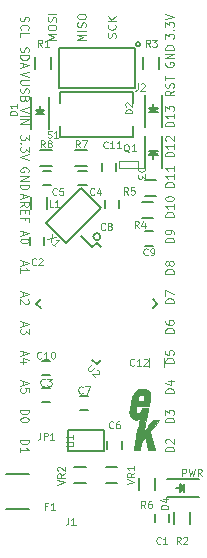
<source format=gto>
G04 #@! TF.GenerationSoftware,KiCad,Pcbnew,5.1.6-c6e7f7d~86~ubuntu18.04.1*
G04 #@! TF.CreationDate,2020-06-07T15:31:20-07:00*
G04 #@! TF.ProjectId,Empyrean,456d7079-7265-4616-9e2e-6b696361645f,A*
G04 #@! TF.SameCoordinates,Original*
G04 #@! TF.FileFunction,Legend,Top*
G04 #@! TF.FilePolarity,Positive*
%FSLAX46Y46*%
G04 Gerber Fmt 4.6, Leading zero omitted, Abs format (unit mm)*
G04 Created by KiCad (PCBNEW 5.1.6-c6e7f7d~86~ubuntu18.04.1) date 2020-06-07 15:31:20*
%MOMM*%
%LPD*%
G01*
G04 APERTURE LIST*
%ADD10C,0.100000*%
%ADD11C,0.120000*%
%ADD12C,0.119380*%
%ADD13C,0.150000*%
%ADD14C,0.127000*%
%ADD15C,0.002540*%
G04 APERTURE END LIST*
D10*
X130716666Y-102650000D02*
X130016666Y-102650000D01*
X130516666Y-102416666D01*
X130016666Y-102183333D01*
X130716666Y-102183333D01*
X130016666Y-101716666D02*
X130016666Y-101583333D01*
X130050000Y-101516666D01*
X130116666Y-101450000D01*
X130250000Y-101416666D01*
X130483333Y-101416666D01*
X130616666Y-101450000D01*
X130683333Y-101516666D01*
X130716666Y-101583333D01*
X130716666Y-101716666D01*
X130683333Y-101783333D01*
X130616666Y-101850000D01*
X130483333Y-101883333D01*
X130250000Y-101883333D01*
X130116666Y-101850000D01*
X130050000Y-101783333D01*
X130016666Y-101716666D01*
X130683333Y-101150000D02*
X130716666Y-101050000D01*
X130716666Y-100883333D01*
X130683333Y-100816666D01*
X130650000Y-100783333D01*
X130583333Y-100750000D01*
X130516666Y-100750000D01*
X130450000Y-100783333D01*
X130416666Y-100816666D01*
X130383333Y-100883333D01*
X130350000Y-101016666D01*
X130316666Y-101083333D01*
X130283333Y-101116666D01*
X130216666Y-101150000D01*
X130150000Y-101150000D01*
X130083333Y-101116666D01*
X130050000Y-101083333D01*
X130016666Y-101016666D01*
X130016666Y-100850000D01*
X130050000Y-100750000D01*
X130716666Y-100450000D02*
X130016666Y-100450000D01*
X133216666Y-102700000D02*
X132516666Y-102700000D01*
X133016666Y-102466666D01*
X132516666Y-102233333D01*
X133216666Y-102233333D01*
X133216666Y-101900000D02*
X132516666Y-101900000D01*
X133183333Y-101600000D02*
X133216666Y-101500000D01*
X133216666Y-101333333D01*
X133183333Y-101266666D01*
X133150000Y-101233333D01*
X133083333Y-101200000D01*
X133016666Y-101200000D01*
X132950000Y-101233333D01*
X132916666Y-101266666D01*
X132883333Y-101333333D01*
X132850000Y-101466666D01*
X132816666Y-101533333D01*
X132783333Y-101566666D01*
X132716666Y-101600000D01*
X132650000Y-101600000D01*
X132583333Y-101566666D01*
X132550000Y-101533333D01*
X132516666Y-101466666D01*
X132516666Y-101300000D01*
X132550000Y-101200000D01*
X132516666Y-100766666D02*
X132516666Y-100633333D01*
X132550000Y-100566666D01*
X132616666Y-100500000D01*
X132750000Y-100466666D01*
X132983333Y-100466666D01*
X133116666Y-100500000D01*
X133183333Y-100566666D01*
X133216666Y-100633333D01*
X133216666Y-100766666D01*
X133183333Y-100833333D01*
X133116666Y-100900000D01*
X132983333Y-100933333D01*
X132750000Y-100933333D01*
X132616666Y-100900000D01*
X132550000Y-100833333D01*
X132516666Y-100766666D01*
X135733333Y-102500000D02*
X135766666Y-102400000D01*
X135766666Y-102233333D01*
X135733333Y-102166666D01*
X135700000Y-102133333D01*
X135633333Y-102100000D01*
X135566666Y-102100000D01*
X135500000Y-102133333D01*
X135466666Y-102166666D01*
X135433333Y-102233333D01*
X135400000Y-102366666D01*
X135366666Y-102433333D01*
X135333333Y-102466666D01*
X135266666Y-102500000D01*
X135200000Y-102500000D01*
X135133333Y-102466666D01*
X135100000Y-102433333D01*
X135066666Y-102366666D01*
X135066666Y-102200000D01*
X135100000Y-102100000D01*
X135700000Y-101400000D02*
X135733333Y-101433333D01*
X135766666Y-101533333D01*
X135766666Y-101600000D01*
X135733333Y-101700000D01*
X135666666Y-101766666D01*
X135600000Y-101800000D01*
X135466666Y-101833333D01*
X135366666Y-101833333D01*
X135233333Y-101800000D01*
X135166666Y-101766666D01*
X135100000Y-101700000D01*
X135066666Y-101600000D01*
X135066666Y-101533333D01*
X135100000Y-101433333D01*
X135133333Y-101400000D01*
X135766666Y-101100000D02*
X135066666Y-101100000D01*
X135766666Y-100700000D02*
X135366666Y-101000000D01*
X135066666Y-100700000D02*
X135466666Y-101100000D01*
X141400000Y-139621428D02*
X141400000Y-139021428D01*
X141628571Y-139021428D01*
X141685714Y-139050000D01*
X141714285Y-139078571D01*
X141742857Y-139135714D01*
X141742857Y-139221428D01*
X141714285Y-139278571D01*
X141685714Y-139307142D01*
X141628571Y-139335714D01*
X141400000Y-139335714D01*
X141942857Y-139021428D02*
X142085714Y-139621428D01*
X142200000Y-139192857D01*
X142314285Y-139621428D01*
X142457142Y-139021428D01*
X143028571Y-139621428D02*
X142828571Y-139335714D01*
X142685714Y-139621428D02*
X142685714Y-139021428D01*
X142914285Y-139021428D01*
X142971428Y-139050000D01*
X143000000Y-139078571D01*
X143028571Y-139135714D01*
X143028571Y-139221428D01*
X143000000Y-139278571D01*
X142971428Y-139307142D01*
X142914285Y-139335714D01*
X142685714Y-139335714D01*
X140666666Y-137516666D02*
X139966666Y-137516666D01*
X139966666Y-137350000D01*
X140000000Y-137250000D01*
X140066666Y-137183333D01*
X140133333Y-137150000D01*
X140266666Y-137116666D01*
X140366666Y-137116666D01*
X140500000Y-137150000D01*
X140566666Y-137183333D01*
X140633333Y-137250000D01*
X140666666Y-137350000D01*
X140666666Y-137516666D01*
X140033333Y-136850000D02*
X140000000Y-136816666D01*
X139966666Y-136750000D01*
X139966666Y-136583333D01*
X140000000Y-136516666D01*
X140033333Y-136483333D01*
X140100000Y-136450000D01*
X140166666Y-136450000D01*
X140266666Y-136483333D01*
X140666666Y-136883333D01*
X140666666Y-136450000D01*
X140666666Y-135066666D02*
X139966666Y-135066666D01*
X139966666Y-134900000D01*
X140000000Y-134800000D01*
X140066666Y-134733333D01*
X140133333Y-134700000D01*
X140266666Y-134666666D01*
X140366666Y-134666666D01*
X140500000Y-134700000D01*
X140566666Y-134733333D01*
X140633333Y-134800000D01*
X140666666Y-134900000D01*
X140666666Y-135066666D01*
X139966666Y-134433333D02*
X139966666Y-134000000D01*
X140233333Y-134233333D01*
X140233333Y-134133333D01*
X140266666Y-134066666D01*
X140300000Y-134033333D01*
X140366666Y-134000000D01*
X140533333Y-134000000D01*
X140600000Y-134033333D01*
X140633333Y-134066666D01*
X140666666Y-134133333D01*
X140666666Y-134333333D01*
X140633333Y-134400000D01*
X140600000Y-134433333D01*
X140666666Y-132566666D02*
X139966666Y-132566666D01*
X139966666Y-132400000D01*
X140000000Y-132300000D01*
X140066666Y-132233333D01*
X140133333Y-132200000D01*
X140266666Y-132166666D01*
X140366666Y-132166666D01*
X140500000Y-132200000D01*
X140566666Y-132233333D01*
X140633333Y-132300000D01*
X140666666Y-132400000D01*
X140666666Y-132566666D01*
X140200000Y-131566666D02*
X140666666Y-131566666D01*
X139933333Y-131733333D02*
X140433333Y-131900000D01*
X140433333Y-131466666D01*
X140666666Y-130016666D02*
X139966666Y-130016666D01*
X139966666Y-129850000D01*
X140000000Y-129750000D01*
X140066666Y-129683333D01*
X140133333Y-129650000D01*
X140266666Y-129616666D01*
X140366666Y-129616666D01*
X140500000Y-129650000D01*
X140566666Y-129683333D01*
X140633333Y-129750000D01*
X140666666Y-129850000D01*
X140666666Y-130016666D01*
X139966666Y-128983333D02*
X139966666Y-129316666D01*
X140300000Y-129350000D01*
X140266666Y-129316666D01*
X140233333Y-129250000D01*
X140233333Y-129083333D01*
X140266666Y-129016666D01*
X140300000Y-128983333D01*
X140366666Y-128950000D01*
X140533333Y-128950000D01*
X140600000Y-128983333D01*
X140633333Y-129016666D01*
X140666666Y-129083333D01*
X140666666Y-129250000D01*
X140633333Y-129316666D01*
X140600000Y-129350000D01*
X140666666Y-127466666D02*
X139966666Y-127466666D01*
X139966666Y-127300000D01*
X140000000Y-127200000D01*
X140066666Y-127133333D01*
X140133333Y-127100000D01*
X140266666Y-127066666D01*
X140366666Y-127066666D01*
X140500000Y-127100000D01*
X140566666Y-127133333D01*
X140633333Y-127200000D01*
X140666666Y-127300000D01*
X140666666Y-127466666D01*
X139966666Y-126466666D02*
X139966666Y-126600000D01*
X140000000Y-126666666D01*
X140033333Y-126700000D01*
X140133333Y-126766666D01*
X140266666Y-126800000D01*
X140533333Y-126800000D01*
X140600000Y-126766666D01*
X140633333Y-126733333D01*
X140666666Y-126666666D01*
X140666666Y-126533333D01*
X140633333Y-126466666D01*
X140600000Y-126433333D01*
X140533333Y-126400000D01*
X140366666Y-126400000D01*
X140300000Y-126433333D01*
X140266666Y-126466666D01*
X140233333Y-126533333D01*
X140233333Y-126666666D01*
X140266666Y-126733333D01*
X140300000Y-126766666D01*
X140366666Y-126800000D01*
X140666666Y-124966666D02*
X139966666Y-124966666D01*
X139966666Y-124800000D01*
X140000000Y-124700000D01*
X140066666Y-124633333D01*
X140133333Y-124600000D01*
X140266666Y-124566666D01*
X140366666Y-124566666D01*
X140500000Y-124600000D01*
X140566666Y-124633333D01*
X140633333Y-124700000D01*
X140666666Y-124800000D01*
X140666666Y-124966666D01*
X139966666Y-124333333D02*
X139966666Y-123866666D01*
X140666666Y-124166666D01*
X140666666Y-122466666D02*
X139966666Y-122466666D01*
X139966666Y-122300000D01*
X140000000Y-122200000D01*
X140066666Y-122133333D01*
X140133333Y-122100000D01*
X140266666Y-122066666D01*
X140366666Y-122066666D01*
X140500000Y-122100000D01*
X140566666Y-122133333D01*
X140633333Y-122200000D01*
X140666666Y-122300000D01*
X140666666Y-122466666D01*
X140266666Y-121666666D02*
X140233333Y-121733333D01*
X140200000Y-121766666D01*
X140133333Y-121800000D01*
X140100000Y-121800000D01*
X140033333Y-121766666D01*
X140000000Y-121733333D01*
X139966666Y-121666666D01*
X139966666Y-121533333D01*
X140000000Y-121466666D01*
X140033333Y-121433333D01*
X140100000Y-121400000D01*
X140133333Y-121400000D01*
X140200000Y-121433333D01*
X140233333Y-121466666D01*
X140266666Y-121533333D01*
X140266666Y-121666666D01*
X140300000Y-121733333D01*
X140333333Y-121766666D01*
X140400000Y-121800000D01*
X140533333Y-121800000D01*
X140600000Y-121766666D01*
X140633333Y-121733333D01*
X140666666Y-121666666D01*
X140666666Y-121533333D01*
X140633333Y-121466666D01*
X140600000Y-121433333D01*
X140533333Y-121400000D01*
X140400000Y-121400000D01*
X140333333Y-121433333D01*
X140300000Y-121466666D01*
X140266666Y-121533333D01*
X140666666Y-119816666D02*
X139966666Y-119816666D01*
X139966666Y-119650000D01*
X140000000Y-119550000D01*
X140066666Y-119483333D01*
X140133333Y-119450000D01*
X140266666Y-119416666D01*
X140366666Y-119416666D01*
X140500000Y-119450000D01*
X140566666Y-119483333D01*
X140633333Y-119550000D01*
X140666666Y-119650000D01*
X140666666Y-119816666D01*
X140666666Y-119083333D02*
X140666666Y-118950000D01*
X140633333Y-118883333D01*
X140600000Y-118850000D01*
X140500000Y-118783333D01*
X140366666Y-118750000D01*
X140100000Y-118750000D01*
X140033333Y-118783333D01*
X140000000Y-118816666D01*
X139966666Y-118883333D01*
X139966666Y-119016666D01*
X140000000Y-119083333D01*
X140033333Y-119116666D01*
X140100000Y-119150000D01*
X140266666Y-119150000D01*
X140333333Y-119116666D01*
X140366666Y-119083333D01*
X140400000Y-119016666D01*
X140400000Y-118883333D01*
X140366666Y-118816666D01*
X140333333Y-118783333D01*
X140266666Y-118750000D01*
X140666666Y-117650000D02*
X139966666Y-117650000D01*
X139966666Y-117483333D01*
X140000000Y-117383333D01*
X140066666Y-117316666D01*
X140133333Y-117283333D01*
X140266666Y-117250000D01*
X140366666Y-117250000D01*
X140500000Y-117283333D01*
X140566666Y-117316666D01*
X140633333Y-117383333D01*
X140666666Y-117483333D01*
X140666666Y-117650000D01*
X140666666Y-116583333D02*
X140666666Y-116983333D01*
X140666666Y-116783333D02*
X139966666Y-116783333D01*
X140066666Y-116850000D01*
X140133333Y-116916666D01*
X140166666Y-116983333D01*
X139966666Y-116150000D02*
X139966666Y-116083333D01*
X140000000Y-116016666D01*
X140033333Y-115983333D01*
X140100000Y-115950000D01*
X140233333Y-115916666D01*
X140400000Y-115916666D01*
X140533333Y-115950000D01*
X140600000Y-115983333D01*
X140633333Y-116016666D01*
X140666666Y-116083333D01*
X140666666Y-116150000D01*
X140633333Y-116216666D01*
X140600000Y-116250000D01*
X140533333Y-116283333D01*
X140400000Y-116316666D01*
X140233333Y-116316666D01*
X140100000Y-116283333D01*
X140033333Y-116250000D01*
X140000000Y-116216666D01*
X139966666Y-116150000D01*
X140666666Y-115100000D02*
X139966666Y-115100000D01*
X139966666Y-114933333D01*
X140000000Y-114833333D01*
X140066666Y-114766666D01*
X140133333Y-114733333D01*
X140266666Y-114700000D01*
X140366666Y-114700000D01*
X140500000Y-114733333D01*
X140566666Y-114766666D01*
X140633333Y-114833333D01*
X140666666Y-114933333D01*
X140666666Y-115100000D01*
X140666666Y-114033333D02*
X140666666Y-114433333D01*
X140666666Y-114233333D02*
X139966666Y-114233333D01*
X140066666Y-114300000D01*
X140133333Y-114366666D01*
X140166666Y-114433333D01*
X140666666Y-113366666D02*
X140666666Y-113766666D01*
X140666666Y-113566666D02*
X139966666Y-113566666D01*
X140066666Y-113633333D01*
X140133333Y-113700000D01*
X140166666Y-113766666D01*
X140666666Y-112550000D02*
X139966666Y-112550000D01*
X139966666Y-112383333D01*
X140000000Y-112283333D01*
X140066666Y-112216666D01*
X140133333Y-112183333D01*
X140266666Y-112150000D01*
X140366666Y-112150000D01*
X140500000Y-112183333D01*
X140566666Y-112216666D01*
X140633333Y-112283333D01*
X140666666Y-112383333D01*
X140666666Y-112550000D01*
X140666666Y-111483333D02*
X140666666Y-111883333D01*
X140666666Y-111683333D02*
X139966666Y-111683333D01*
X140066666Y-111750000D01*
X140133333Y-111816666D01*
X140166666Y-111883333D01*
X140033333Y-111216666D02*
X140000000Y-111183333D01*
X139966666Y-111116666D01*
X139966666Y-110950000D01*
X140000000Y-110883333D01*
X140033333Y-110850000D01*
X140100000Y-110816666D01*
X140166666Y-110816666D01*
X140266666Y-110850000D01*
X140666666Y-111250000D01*
X140666666Y-110816666D01*
X140666666Y-110000000D02*
X139966666Y-110000000D01*
X139966666Y-109833333D01*
X140000000Y-109733333D01*
X140066666Y-109666666D01*
X140133333Y-109633333D01*
X140266666Y-109600000D01*
X140366666Y-109600000D01*
X140500000Y-109633333D01*
X140566666Y-109666666D01*
X140633333Y-109733333D01*
X140666666Y-109833333D01*
X140666666Y-110000000D01*
X140666666Y-108933333D02*
X140666666Y-109333333D01*
X140666666Y-109133333D02*
X139966666Y-109133333D01*
X140066666Y-109200000D01*
X140133333Y-109266666D01*
X140166666Y-109333333D01*
X139966666Y-108700000D02*
X139966666Y-108266666D01*
X140233333Y-108500000D01*
X140233333Y-108400000D01*
X140266666Y-108333333D01*
X140300000Y-108300000D01*
X140366666Y-108266666D01*
X140533333Y-108266666D01*
X140600000Y-108300000D01*
X140633333Y-108333333D01*
X140666666Y-108400000D01*
X140666666Y-108600000D01*
X140633333Y-108666666D01*
X140600000Y-108700000D01*
X140666666Y-106983333D02*
X140333333Y-107216666D01*
X140666666Y-107383333D02*
X139966666Y-107383333D01*
X139966666Y-107116666D01*
X140000000Y-107050000D01*
X140033333Y-107016666D01*
X140100000Y-106983333D01*
X140200000Y-106983333D01*
X140266666Y-107016666D01*
X140300000Y-107050000D01*
X140333333Y-107116666D01*
X140333333Y-107383333D01*
X140633333Y-106716666D02*
X140666666Y-106616666D01*
X140666666Y-106450000D01*
X140633333Y-106383333D01*
X140600000Y-106350000D01*
X140533333Y-106316666D01*
X140466666Y-106316666D01*
X140400000Y-106350000D01*
X140366666Y-106383333D01*
X140333333Y-106450000D01*
X140300000Y-106583333D01*
X140266666Y-106650000D01*
X140233333Y-106683333D01*
X140166666Y-106716666D01*
X140100000Y-106716666D01*
X140033333Y-106683333D01*
X140000000Y-106650000D01*
X139966666Y-106583333D01*
X139966666Y-106416666D01*
X140000000Y-106316666D01*
X139966666Y-106116666D02*
X139966666Y-105716666D01*
X140666666Y-105916666D02*
X139966666Y-105916666D01*
X140000000Y-104583333D02*
X139966666Y-104650000D01*
X139966666Y-104750000D01*
X140000000Y-104850000D01*
X140066666Y-104916666D01*
X140133333Y-104950000D01*
X140266666Y-104983333D01*
X140366666Y-104983333D01*
X140500000Y-104950000D01*
X140566666Y-104916666D01*
X140633333Y-104850000D01*
X140666666Y-104750000D01*
X140666666Y-104683333D01*
X140633333Y-104583333D01*
X140600000Y-104550000D01*
X140366666Y-104550000D01*
X140366666Y-104683333D01*
X140666666Y-104250000D02*
X139966666Y-104250000D01*
X140666666Y-103850000D01*
X139966666Y-103850000D01*
X140666666Y-103516666D02*
X139966666Y-103516666D01*
X139966666Y-103350000D01*
X140000000Y-103250000D01*
X140066666Y-103183333D01*
X140133333Y-103150000D01*
X140266666Y-103116666D01*
X140366666Y-103116666D01*
X140500000Y-103150000D01*
X140566666Y-103183333D01*
X140633333Y-103250000D01*
X140666666Y-103350000D01*
X140666666Y-103516666D01*
X127716666Y-100716666D02*
X127683333Y-100816666D01*
X127683333Y-100983333D01*
X127716666Y-101050000D01*
X127750000Y-101083333D01*
X127816666Y-101116666D01*
X127883333Y-101116666D01*
X127950000Y-101083333D01*
X127983333Y-101050000D01*
X128016666Y-100983333D01*
X128050000Y-100850000D01*
X128083333Y-100783333D01*
X128116666Y-100750000D01*
X128183333Y-100716666D01*
X128250000Y-100716666D01*
X128316666Y-100750000D01*
X128350000Y-100783333D01*
X128383333Y-100850000D01*
X128383333Y-101016666D01*
X128350000Y-101116666D01*
X127750000Y-101816666D02*
X127716666Y-101783333D01*
X127683333Y-101683333D01*
X127683333Y-101616666D01*
X127716666Y-101516666D01*
X127783333Y-101450000D01*
X127850000Y-101416666D01*
X127983333Y-101383333D01*
X128083333Y-101383333D01*
X128216666Y-101416666D01*
X128283333Y-101450000D01*
X128350000Y-101516666D01*
X128383333Y-101616666D01*
X128383333Y-101683333D01*
X128350000Y-101783333D01*
X128316666Y-101816666D01*
X127683333Y-102450000D02*
X127683333Y-102116666D01*
X128383333Y-102116666D01*
X127716666Y-103300000D02*
X127683333Y-103400000D01*
X127683333Y-103566666D01*
X127716666Y-103633333D01*
X127750000Y-103666666D01*
X127816666Y-103700000D01*
X127883333Y-103700000D01*
X127950000Y-103666666D01*
X127983333Y-103633333D01*
X128016666Y-103566666D01*
X128050000Y-103433333D01*
X128083333Y-103366666D01*
X128116666Y-103333333D01*
X128183333Y-103300000D01*
X128250000Y-103300000D01*
X128316666Y-103333333D01*
X128350000Y-103366666D01*
X128383333Y-103433333D01*
X128383333Y-103600000D01*
X128350000Y-103700000D01*
X127683333Y-104000000D02*
X128383333Y-104000000D01*
X128383333Y-104166666D01*
X128350000Y-104266666D01*
X128283333Y-104333333D01*
X128216666Y-104366666D01*
X128083333Y-104400000D01*
X127983333Y-104400000D01*
X127850000Y-104366666D01*
X127783333Y-104333333D01*
X127716666Y-104266666D01*
X127683333Y-104166666D01*
X127683333Y-104000000D01*
X127883333Y-104666666D02*
X127883333Y-105000000D01*
X127683333Y-104600000D02*
X128383333Y-104833333D01*
X127683333Y-105066666D01*
X128383333Y-105366666D02*
X127683333Y-105600000D01*
X128383333Y-105833333D01*
X128383333Y-106066666D02*
X127816666Y-106066666D01*
X127750000Y-106100000D01*
X127716666Y-106133333D01*
X127683333Y-106200000D01*
X127683333Y-106333333D01*
X127716666Y-106400000D01*
X127750000Y-106433333D01*
X127816666Y-106466666D01*
X128383333Y-106466666D01*
X127716666Y-106766666D02*
X127683333Y-106866666D01*
X127683333Y-107033333D01*
X127716666Y-107100000D01*
X127750000Y-107133333D01*
X127816666Y-107166666D01*
X127883333Y-107166666D01*
X127950000Y-107133333D01*
X127983333Y-107100000D01*
X128016666Y-107033333D01*
X128050000Y-106900000D01*
X128083333Y-106833333D01*
X128116666Y-106800000D01*
X128183333Y-106766666D01*
X128250000Y-106766666D01*
X128316666Y-106800000D01*
X128350000Y-106833333D01*
X128383333Y-106900000D01*
X128383333Y-107066666D01*
X128350000Y-107166666D01*
X128050000Y-107700000D02*
X128016666Y-107800000D01*
X127983333Y-107833333D01*
X127916666Y-107866666D01*
X127816666Y-107866666D01*
X127750000Y-107833333D01*
X127716666Y-107800000D01*
X127683333Y-107733333D01*
X127683333Y-107466666D01*
X128383333Y-107466666D01*
X128383333Y-107700000D01*
X128350000Y-107766666D01*
X128316666Y-107800000D01*
X128250000Y-107833333D01*
X128183333Y-107833333D01*
X128116666Y-107800000D01*
X128083333Y-107766666D01*
X128050000Y-107700000D01*
X128050000Y-107466666D01*
X128383333Y-108383333D02*
X127683333Y-108616666D01*
X128383333Y-108850000D01*
X127683333Y-109083333D02*
X128383333Y-109083333D01*
X127683333Y-109416666D02*
X128383333Y-109416666D01*
X127683333Y-109816666D01*
X128383333Y-109816666D01*
X128383333Y-110716666D02*
X128383333Y-111150000D01*
X128116666Y-110916666D01*
X128116666Y-111016666D01*
X128083333Y-111083333D01*
X128050000Y-111116666D01*
X127983333Y-111150000D01*
X127816666Y-111150000D01*
X127750000Y-111116666D01*
X127716666Y-111083333D01*
X127683333Y-111016666D01*
X127683333Y-110816666D01*
X127716666Y-110750000D01*
X127750000Y-110716666D01*
X127750000Y-111450000D02*
X127716666Y-111483333D01*
X127683333Y-111450000D01*
X127716666Y-111416666D01*
X127750000Y-111450000D01*
X127683333Y-111450000D01*
X128383333Y-111716666D02*
X128383333Y-112150000D01*
X128116666Y-111916666D01*
X128116666Y-112016666D01*
X128083333Y-112083333D01*
X128050000Y-112116666D01*
X127983333Y-112150000D01*
X127816666Y-112150000D01*
X127750000Y-112116666D01*
X127716666Y-112083333D01*
X127683333Y-112016666D01*
X127683333Y-111816666D01*
X127716666Y-111750000D01*
X127750000Y-111716666D01*
X128383333Y-112350000D02*
X127683333Y-112583333D01*
X128383333Y-112816666D01*
X128350000Y-113866666D02*
X128383333Y-113800000D01*
X128383333Y-113700000D01*
X128350000Y-113600000D01*
X128283333Y-113533333D01*
X128216666Y-113500000D01*
X128083333Y-113466666D01*
X127983333Y-113466666D01*
X127850000Y-113500000D01*
X127783333Y-113533333D01*
X127716666Y-113600000D01*
X127683333Y-113700000D01*
X127683333Y-113766666D01*
X127716666Y-113866666D01*
X127750000Y-113900000D01*
X127983333Y-113900000D01*
X127983333Y-113766666D01*
X127683333Y-114200000D02*
X128383333Y-114200000D01*
X127683333Y-114600000D01*
X128383333Y-114600000D01*
X127683333Y-114933333D02*
X128383333Y-114933333D01*
X128383333Y-115100000D01*
X128350000Y-115200000D01*
X128283333Y-115266666D01*
X128216666Y-115300000D01*
X128083333Y-115333333D01*
X127983333Y-115333333D01*
X127850000Y-115300000D01*
X127783333Y-115266666D01*
X127716666Y-115200000D01*
X127683333Y-115100000D01*
X127683333Y-114933333D01*
X127883333Y-115766666D02*
X127883333Y-116100000D01*
X127683333Y-115700000D02*
X128383333Y-115933333D01*
X127683333Y-116166666D01*
X127683333Y-116800000D02*
X128016666Y-116566666D01*
X127683333Y-116400000D02*
X128383333Y-116400000D01*
X128383333Y-116666666D01*
X128350000Y-116733333D01*
X128316666Y-116766666D01*
X128250000Y-116800000D01*
X128150000Y-116800000D01*
X128083333Y-116766666D01*
X128050000Y-116733333D01*
X128016666Y-116666666D01*
X128016666Y-116400000D01*
X128050000Y-117100000D02*
X128050000Y-117333333D01*
X127683333Y-117433333D02*
X127683333Y-117100000D01*
X128383333Y-117100000D01*
X128383333Y-117433333D01*
X128050000Y-117966666D02*
X128050000Y-117733333D01*
X127683333Y-117733333D02*
X128383333Y-117733333D01*
X128383333Y-118066666D01*
X127883333Y-118900000D02*
X127883333Y-119233333D01*
X127683333Y-118833333D02*
X128383333Y-119066666D01*
X127683333Y-119300000D01*
X128383333Y-119666666D02*
X128383333Y-119733333D01*
X128350000Y-119800000D01*
X128316666Y-119833333D01*
X128250000Y-119866666D01*
X128116666Y-119900000D01*
X127950000Y-119900000D01*
X127816666Y-119866666D01*
X127750000Y-119833333D01*
X127716666Y-119800000D01*
X127683333Y-119733333D01*
X127683333Y-119666666D01*
X127716666Y-119600000D01*
X127750000Y-119566666D01*
X127816666Y-119533333D01*
X127950000Y-119500000D01*
X128116666Y-119500000D01*
X128250000Y-119533333D01*
X128316666Y-119566666D01*
X128350000Y-119600000D01*
X128383333Y-119666666D01*
X127883333Y-121400000D02*
X127883333Y-121733333D01*
X127683333Y-121333333D02*
X128383333Y-121566666D01*
X127683333Y-121800000D01*
X127683333Y-122400000D02*
X127683333Y-122000000D01*
X127683333Y-122200000D02*
X128383333Y-122200000D01*
X128283333Y-122133333D01*
X128216666Y-122066666D01*
X128183333Y-122000000D01*
X127883333Y-124050000D02*
X127883333Y-124383333D01*
X127683333Y-123983333D02*
X128383333Y-124216666D01*
X127683333Y-124450000D01*
X128316666Y-124650000D02*
X128350000Y-124683333D01*
X128383333Y-124750000D01*
X128383333Y-124916666D01*
X128350000Y-124983333D01*
X128316666Y-125016666D01*
X128250000Y-125050000D01*
X128183333Y-125050000D01*
X128083333Y-125016666D01*
X127683333Y-124616666D01*
X127683333Y-125050000D01*
X127883333Y-126550000D02*
X127883333Y-126883333D01*
X127683333Y-126483333D02*
X128383333Y-126716666D01*
X127683333Y-126950000D01*
X128383333Y-127116666D02*
X128383333Y-127550000D01*
X128116666Y-127316666D01*
X128116666Y-127416666D01*
X128083333Y-127483333D01*
X128050000Y-127516666D01*
X127983333Y-127550000D01*
X127816666Y-127550000D01*
X127750000Y-127516666D01*
X127716666Y-127483333D01*
X127683333Y-127416666D01*
X127683333Y-127216666D01*
X127716666Y-127150000D01*
X127750000Y-127116666D01*
X127883333Y-129050000D02*
X127883333Y-129383333D01*
X127683333Y-128983333D02*
X128383333Y-129216666D01*
X127683333Y-129450000D01*
X128150000Y-129983333D02*
X127683333Y-129983333D01*
X128416666Y-129816666D02*
X127916666Y-129650000D01*
X127916666Y-130083333D01*
X127883333Y-131550000D02*
X127883333Y-131883333D01*
X127683333Y-131483333D02*
X128383333Y-131716666D01*
X127683333Y-131950000D01*
X128383333Y-132516666D02*
X128383333Y-132183333D01*
X128050000Y-132150000D01*
X128083333Y-132183333D01*
X128116666Y-132250000D01*
X128116666Y-132416666D01*
X128083333Y-132483333D01*
X128050000Y-132516666D01*
X127983333Y-132550000D01*
X127816666Y-132550000D01*
X127750000Y-132516666D01*
X127716666Y-132483333D01*
X127683333Y-132416666D01*
X127683333Y-132250000D01*
X127716666Y-132183333D01*
X127750000Y-132150000D01*
X127683333Y-133983333D02*
X128383333Y-133983333D01*
X128383333Y-134150000D01*
X128350000Y-134250000D01*
X128283333Y-134316666D01*
X128216666Y-134350000D01*
X128083333Y-134383333D01*
X127983333Y-134383333D01*
X127850000Y-134350000D01*
X127783333Y-134316666D01*
X127716666Y-134250000D01*
X127683333Y-134150000D01*
X127683333Y-133983333D01*
X128383333Y-134816666D02*
X128383333Y-134883333D01*
X128350000Y-134950000D01*
X128316666Y-134983333D01*
X128250000Y-135016666D01*
X128116666Y-135050000D01*
X127950000Y-135050000D01*
X127816666Y-135016666D01*
X127750000Y-134983333D01*
X127716666Y-134950000D01*
X127683333Y-134883333D01*
X127683333Y-134816666D01*
X127716666Y-134750000D01*
X127750000Y-134716666D01*
X127816666Y-134683333D01*
X127950000Y-134650000D01*
X128116666Y-134650000D01*
X128250000Y-134683333D01*
X128316666Y-134716666D01*
X128350000Y-134750000D01*
X128383333Y-134816666D01*
X139966666Y-102583333D02*
X139966666Y-102150000D01*
X140233333Y-102383333D01*
X140233333Y-102283333D01*
X140266666Y-102216666D01*
X140300000Y-102183333D01*
X140366666Y-102150000D01*
X140533333Y-102150000D01*
X140600000Y-102183333D01*
X140633333Y-102216666D01*
X140666666Y-102283333D01*
X140666666Y-102483333D01*
X140633333Y-102550000D01*
X140600000Y-102583333D01*
X140600000Y-101850000D02*
X140633333Y-101816666D01*
X140666666Y-101850000D01*
X140633333Y-101883333D01*
X140600000Y-101850000D01*
X140666666Y-101850000D01*
X139966666Y-101583333D02*
X139966666Y-101150000D01*
X140233333Y-101383333D01*
X140233333Y-101283333D01*
X140266666Y-101216666D01*
X140300000Y-101183333D01*
X140366666Y-101150000D01*
X140533333Y-101150000D01*
X140600000Y-101183333D01*
X140633333Y-101216666D01*
X140666666Y-101283333D01*
X140666666Y-101483333D01*
X140633333Y-101550000D01*
X140600000Y-101583333D01*
X139966666Y-100950000D02*
X140666666Y-100716666D01*
X139966666Y-100483333D01*
D11*
X127683333Y-136533333D02*
X128383333Y-136533333D01*
X128383333Y-136700000D01*
X128350000Y-136800000D01*
X128283333Y-136866666D01*
X128216666Y-136900000D01*
X128083333Y-136933333D01*
X127983333Y-136933333D01*
X127850000Y-136900000D01*
X127783333Y-136866666D01*
X127716666Y-136800000D01*
X127683333Y-136700000D01*
X127683333Y-136533333D01*
X127683333Y-137600000D02*
X127683333Y-137200000D01*
X127683333Y-137400000D02*
X128383333Y-137400000D01*
X128283333Y-137333333D01*
X128216666Y-137266666D01*
X128183333Y-137200000D01*
D12*
X136050000Y-113500000D02*
X136050000Y-112900000D01*
X137650000Y-113500000D02*
X136050000Y-113500000D01*
X137650000Y-112900000D02*
X137650000Y-113500000D01*
X136050000Y-112900000D02*
X137650000Y-112900000D01*
D13*
X129700000Y-108600000D02*
X129350000Y-108950000D01*
X129000000Y-108600000D02*
X129700000Y-108600000D01*
X129350000Y-108950000D02*
X129000000Y-108600000D01*
X129350000Y-108600000D02*
X129350000Y-108250000D01*
X129000000Y-108950000D02*
X129700000Y-108950000D01*
X129250000Y-108700000D02*
X129400000Y-108850000D01*
X129500000Y-108700000D02*
X129250000Y-108700000D01*
X128600000Y-110200000D02*
X128600000Y-107500000D01*
X130100000Y-110200000D02*
X130100000Y-107500000D01*
X139300000Y-108450000D02*
X138950000Y-108800000D01*
X138600000Y-108450000D02*
X139300000Y-108450000D01*
X138950000Y-108800000D02*
X138600000Y-108450000D01*
X138950000Y-108450000D02*
X138950000Y-108100000D01*
X138600000Y-108800000D02*
X139300000Y-108800000D01*
X138850000Y-108550000D02*
X139000000Y-108700000D01*
X139100000Y-108550000D02*
X138850000Y-108550000D01*
X138200000Y-110050000D02*
X138200000Y-107350000D01*
X139700000Y-110050000D02*
X139700000Y-107350000D01*
X138600000Y-112450000D02*
X138950000Y-112100000D01*
X139300000Y-112450000D02*
X138600000Y-112450000D01*
X138950000Y-112100000D02*
X139300000Y-112450000D01*
X138950000Y-112450000D02*
X138950000Y-112800000D01*
X139300000Y-112100000D02*
X138600000Y-112100000D01*
X139050000Y-112350000D02*
X138900000Y-112200000D01*
X138800000Y-112350000D02*
X139050000Y-112350000D01*
X139700000Y-110850000D02*
X139700000Y-113550000D01*
X138200000Y-110850000D02*
X138200000Y-113550000D01*
X141200000Y-140300000D02*
X141550000Y-140650000D01*
X141200000Y-141000000D02*
X141200000Y-140300000D01*
X141550000Y-140650000D02*
X141200000Y-141000000D01*
X141200000Y-140650000D02*
X140850000Y-140650000D01*
X141550000Y-141000000D02*
X141550000Y-140300000D01*
X141300000Y-140750000D02*
X141450000Y-140600000D01*
X141300000Y-140500000D02*
X141300000Y-140750000D01*
X142800000Y-141400000D02*
X140100000Y-141400000D01*
X142800000Y-139900000D02*
X140100000Y-139900000D01*
D14*
X131726000Y-135711000D02*
X134774000Y-135711000D01*
X131726000Y-137489000D02*
X131726000Y-135711000D01*
X134774000Y-137489000D02*
X131726000Y-137489000D01*
X134774000Y-135711000D02*
X134774000Y-137489000D01*
D15*
G36*
X138781660Y-137406040D02*
G01*
X138822300Y-137406040D01*
X138949300Y-137403500D01*
X139033120Y-137398420D01*
X139063600Y-137390800D01*
X139058520Y-137370480D01*
X139040740Y-137299360D01*
X139007720Y-137179980D01*
X138967080Y-137025040D01*
X138916280Y-136839620D01*
X138817220Y-136478940D01*
X138763880Y-136288440D01*
X138720700Y-136120800D01*
X138685140Y-135991260D01*
X138662280Y-135902360D01*
X138654660Y-135866800D01*
X138654660Y-135864260D01*
X138682600Y-135823620D01*
X138741020Y-135742340D01*
X138827380Y-135630580D01*
X138934060Y-135495960D01*
X139055980Y-135343560D01*
X139457300Y-134848260D01*
X138944220Y-134848260D01*
X138522580Y-135389280D01*
X138466700Y-135457860D01*
X138349860Y-135607720D01*
X138248260Y-135737260D01*
X138166980Y-135838860D01*
X138116180Y-135902360D01*
X138095860Y-135925220D01*
X138098400Y-135909980D01*
X138111100Y-135838860D01*
X138133960Y-135719480D01*
X138164440Y-135559460D01*
X138202540Y-135361340D01*
X138245720Y-135137820D01*
X138293980Y-134893980D01*
X138327000Y-134721260D01*
X138375260Y-134487580D01*
X138415900Y-134279300D01*
X138448920Y-134101500D01*
X138474320Y-133964340D01*
X138492100Y-133875440D01*
X138497180Y-133837340D01*
X138497180Y-133829720D01*
X138484480Y-133819560D01*
X138446380Y-133814480D01*
X138370180Y-133814480D01*
X138243180Y-133814480D01*
X137989180Y-133819560D01*
X137963780Y-133944020D01*
X137935840Y-134060860D01*
X137895200Y-134144680D01*
X137836780Y-134213260D01*
X137796140Y-134248820D01*
X137725020Y-134286920D01*
X137636120Y-134297080D01*
X137631040Y-134297080D01*
X137559920Y-134286920D01*
X137501500Y-134248820D01*
X137491340Y-134238660D01*
X137453240Y-134190400D01*
X137438000Y-134131980D01*
X137445620Y-134040540D01*
X137468480Y-133905920D01*
X137488800Y-133814480D01*
X137504040Y-133738280D01*
X137509120Y-133707800D01*
X137524360Y-133705260D01*
X137590400Y-133705260D01*
X137664060Y-133702720D01*
X137664060Y-133276000D01*
X137613260Y-133270920D01*
X137595480Y-133263300D01*
X137592940Y-133250600D01*
X137598020Y-133235360D01*
X137613260Y-133169320D01*
X137633580Y-133075340D01*
X137643740Y-133034700D01*
X137671680Y-132935640D01*
X137699620Y-132867060D01*
X137707240Y-132854360D01*
X137778360Y-132775620D01*
X137874880Y-132727360D01*
X137979020Y-132712120D01*
X138067920Y-132732440D01*
X138131420Y-132793400D01*
X138133960Y-132798480D01*
X138151740Y-132887380D01*
X138146660Y-133011840D01*
X138123800Y-133151540D01*
X138095860Y-133268380D01*
X137841860Y-133273460D01*
X137758040Y-133276000D01*
X137664060Y-133276000D01*
X137664060Y-133702720D01*
X137702160Y-133702720D01*
X137846940Y-133702720D01*
X138019660Y-133700180D01*
X138527660Y-133700180D01*
X138537820Y-133664620D01*
X138540360Y-133657000D01*
X138563220Y-133550320D01*
X138588620Y-133410620D01*
X138616560Y-133258220D01*
X138644500Y-133105820D01*
X138664820Y-132971200D01*
X138680060Y-132864520D01*
X138687680Y-132806100D01*
X138685140Y-132775620D01*
X138649580Y-132595280D01*
X138560680Y-132437800D01*
X138433680Y-132310800D01*
X138273660Y-132234600D01*
X138255880Y-132229520D01*
X138136500Y-132211740D01*
X137996800Y-132211740D01*
X137872340Y-132226980D01*
X137752960Y-132262540D01*
X137570080Y-132364140D01*
X137402440Y-132506380D01*
X137265280Y-132674020D01*
X137171300Y-132854360D01*
X137163680Y-132877220D01*
X137143360Y-132966120D01*
X137115420Y-133095660D01*
X137079860Y-133253140D01*
X137044300Y-133428400D01*
X137008740Y-133608740D01*
X136975720Y-133781460D01*
X136947780Y-133931320D01*
X136927460Y-134048160D01*
X136917300Y-134119280D01*
X136917300Y-134220880D01*
X136937620Y-134385980D01*
X136988420Y-134523140D01*
X137008740Y-134556160D01*
X137125580Y-134685700D01*
X137283060Y-134777140D01*
X137465940Y-134822860D01*
X137661520Y-134817780D01*
X137684380Y-134815240D01*
X137755500Y-134805080D01*
X137785980Y-134805080D01*
X137785980Y-134812700D01*
X137775820Y-134873660D01*
X137752960Y-134985420D01*
X137722480Y-135140360D01*
X137684380Y-135338480D01*
X137641200Y-135567080D01*
X137590400Y-135821080D01*
X137506580Y-136237640D01*
X137453240Y-136501800D01*
X137404980Y-136745640D01*
X137364340Y-136959000D01*
X137328780Y-137139340D01*
X137303380Y-137273960D01*
X137288140Y-137362860D01*
X137285600Y-137393340D01*
X137288140Y-137395880D01*
X137333860Y-137400960D01*
X137422760Y-137403500D01*
X137542140Y-137406040D01*
X137646280Y-137406040D01*
X137730100Y-137403500D01*
X137773280Y-137398420D01*
X137793600Y-137388260D01*
X137798680Y-137370480D01*
X137803760Y-137345080D01*
X137821540Y-137266340D01*
X137841860Y-137152040D01*
X137869800Y-137014880D01*
X137877420Y-136974240D01*
X137912980Y-136811680D01*
X137940920Y-136710080D01*
X137961240Y-136661820D01*
X137971400Y-136651660D01*
X138047600Y-136565300D01*
X138126340Y-136476400D01*
X138200000Y-136400200D01*
X138250800Y-136346860D01*
X138271120Y-136326540D01*
X138276200Y-136341780D01*
X138291440Y-136407820D01*
X138314300Y-136519580D01*
X138344780Y-136664360D01*
X138377800Y-136832000D01*
X138403200Y-136948840D01*
X138436220Y-137106320D01*
X138461620Y-137238400D01*
X138481940Y-137329840D01*
X138489560Y-137370480D01*
X138492100Y-137373020D01*
X138497180Y-137388260D01*
X138517500Y-137398420D01*
X138563220Y-137403500D01*
X138647040Y-137406040D01*
X138781660Y-137406040D01*
G37*
X138781660Y-137406040D02*
X138822300Y-137406040D01*
X138949300Y-137403500D01*
X139033120Y-137398420D01*
X139063600Y-137390800D01*
X139058520Y-137370480D01*
X139040740Y-137299360D01*
X139007720Y-137179980D01*
X138967080Y-137025040D01*
X138916280Y-136839620D01*
X138817220Y-136478940D01*
X138763880Y-136288440D01*
X138720700Y-136120800D01*
X138685140Y-135991260D01*
X138662280Y-135902360D01*
X138654660Y-135866800D01*
X138654660Y-135864260D01*
X138682600Y-135823620D01*
X138741020Y-135742340D01*
X138827380Y-135630580D01*
X138934060Y-135495960D01*
X139055980Y-135343560D01*
X139457300Y-134848260D01*
X138944220Y-134848260D01*
X138522580Y-135389280D01*
X138466700Y-135457860D01*
X138349860Y-135607720D01*
X138248260Y-135737260D01*
X138166980Y-135838860D01*
X138116180Y-135902360D01*
X138095860Y-135925220D01*
X138098400Y-135909980D01*
X138111100Y-135838860D01*
X138133960Y-135719480D01*
X138164440Y-135559460D01*
X138202540Y-135361340D01*
X138245720Y-135137820D01*
X138293980Y-134893980D01*
X138327000Y-134721260D01*
X138375260Y-134487580D01*
X138415900Y-134279300D01*
X138448920Y-134101500D01*
X138474320Y-133964340D01*
X138492100Y-133875440D01*
X138497180Y-133837340D01*
X138497180Y-133829720D01*
X138484480Y-133819560D01*
X138446380Y-133814480D01*
X138370180Y-133814480D01*
X138243180Y-133814480D01*
X137989180Y-133819560D01*
X137963780Y-133944020D01*
X137935840Y-134060860D01*
X137895200Y-134144680D01*
X137836780Y-134213260D01*
X137796140Y-134248820D01*
X137725020Y-134286920D01*
X137636120Y-134297080D01*
X137631040Y-134297080D01*
X137559920Y-134286920D01*
X137501500Y-134248820D01*
X137491340Y-134238660D01*
X137453240Y-134190400D01*
X137438000Y-134131980D01*
X137445620Y-134040540D01*
X137468480Y-133905920D01*
X137488800Y-133814480D01*
X137504040Y-133738280D01*
X137509120Y-133707800D01*
X137524360Y-133705260D01*
X137590400Y-133705260D01*
X137664060Y-133702720D01*
X137664060Y-133276000D01*
X137613260Y-133270920D01*
X137595480Y-133263300D01*
X137592940Y-133250600D01*
X137598020Y-133235360D01*
X137613260Y-133169320D01*
X137633580Y-133075340D01*
X137643740Y-133034700D01*
X137671680Y-132935640D01*
X137699620Y-132867060D01*
X137707240Y-132854360D01*
X137778360Y-132775620D01*
X137874880Y-132727360D01*
X137979020Y-132712120D01*
X138067920Y-132732440D01*
X138131420Y-132793400D01*
X138133960Y-132798480D01*
X138151740Y-132887380D01*
X138146660Y-133011840D01*
X138123800Y-133151540D01*
X138095860Y-133268380D01*
X137841860Y-133273460D01*
X137758040Y-133276000D01*
X137664060Y-133276000D01*
X137664060Y-133702720D01*
X137702160Y-133702720D01*
X137846940Y-133702720D01*
X138019660Y-133700180D01*
X138527660Y-133700180D01*
X138537820Y-133664620D01*
X138540360Y-133657000D01*
X138563220Y-133550320D01*
X138588620Y-133410620D01*
X138616560Y-133258220D01*
X138644500Y-133105820D01*
X138664820Y-132971200D01*
X138680060Y-132864520D01*
X138687680Y-132806100D01*
X138685140Y-132775620D01*
X138649580Y-132595280D01*
X138560680Y-132437800D01*
X138433680Y-132310800D01*
X138273660Y-132234600D01*
X138255880Y-132229520D01*
X138136500Y-132211740D01*
X137996800Y-132211740D01*
X137872340Y-132226980D01*
X137752960Y-132262540D01*
X137570080Y-132364140D01*
X137402440Y-132506380D01*
X137265280Y-132674020D01*
X137171300Y-132854360D01*
X137163680Y-132877220D01*
X137143360Y-132966120D01*
X137115420Y-133095660D01*
X137079860Y-133253140D01*
X137044300Y-133428400D01*
X137008740Y-133608740D01*
X136975720Y-133781460D01*
X136947780Y-133931320D01*
X136927460Y-134048160D01*
X136917300Y-134119280D01*
X136917300Y-134220880D01*
X136937620Y-134385980D01*
X136988420Y-134523140D01*
X137008740Y-134556160D01*
X137125580Y-134685700D01*
X137283060Y-134777140D01*
X137465940Y-134822860D01*
X137661520Y-134817780D01*
X137684380Y-134815240D01*
X137755500Y-134805080D01*
X137785980Y-134805080D01*
X137785980Y-134812700D01*
X137775820Y-134873660D01*
X137752960Y-134985420D01*
X137722480Y-135140360D01*
X137684380Y-135338480D01*
X137641200Y-135567080D01*
X137590400Y-135821080D01*
X137506580Y-136237640D01*
X137453240Y-136501800D01*
X137404980Y-136745640D01*
X137364340Y-136959000D01*
X137328780Y-137139340D01*
X137303380Y-137273960D01*
X137288140Y-137362860D01*
X137285600Y-137393340D01*
X137288140Y-137395880D01*
X137333860Y-137400960D01*
X137422760Y-137403500D01*
X137542140Y-137406040D01*
X137646280Y-137406040D01*
X137730100Y-137403500D01*
X137773280Y-137398420D01*
X137793600Y-137388260D01*
X137798680Y-137370480D01*
X137803760Y-137345080D01*
X137821540Y-137266340D01*
X137841860Y-137152040D01*
X137869800Y-137014880D01*
X137877420Y-136974240D01*
X137912980Y-136811680D01*
X137940920Y-136710080D01*
X137961240Y-136661820D01*
X137971400Y-136651660D01*
X138047600Y-136565300D01*
X138126340Y-136476400D01*
X138200000Y-136400200D01*
X138250800Y-136346860D01*
X138271120Y-136326540D01*
X138276200Y-136341780D01*
X138291440Y-136407820D01*
X138314300Y-136519580D01*
X138344780Y-136664360D01*
X138377800Y-136832000D01*
X138403200Y-136948840D01*
X138436220Y-137106320D01*
X138461620Y-137238400D01*
X138481940Y-137329840D01*
X138489560Y-137370480D01*
X138492100Y-137373020D01*
X138497180Y-137388260D01*
X138517500Y-137398420D01*
X138563220Y-137403500D01*
X138647040Y-137406040D01*
X138781660Y-137406040D01*
D13*
X137830278Y-103050000D02*
G75*
G03*
X137830278Y-103050000I-180278J0D01*
G01*
X137350000Y-103350000D02*
X137350000Y-106750000D01*
X130950000Y-103350000D02*
X137350000Y-103350000D01*
X130950000Y-106750000D02*
X130950000Y-103350000D01*
X137350000Y-106750000D02*
X130950000Y-106750000D01*
X139050000Y-143500000D02*
X139050000Y-142800000D01*
X140250000Y-142800000D02*
X140250000Y-143500000D01*
X128500000Y-120050000D02*
X128500000Y-119350000D01*
X129700000Y-119350000D02*
X129700000Y-120050000D01*
X130200000Y-133350000D02*
X129500000Y-133350000D01*
X129500000Y-132150000D02*
X130200000Y-132150000D01*
X132600000Y-113750000D02*
X133300000Y-113750000D01*
X133300000Y-114950000D02*
X132600000Y-114950000D01*
X129600000Y-113750000D02*
X130300000Y-113750000D01*
X130300000Y-114950000D02*
X129600000Y-114950000D01*
X135050000Y-137350000D02*
X135050000Y-136650000D01*
X136250000Y-136650000D02*
X136250000Y-137350000D01*
X133400000Y-134000000D02*
X132700000Y-134000000D01*
X132700000Y-132800000D02*
X133400000Y-132800000D01*
X136050000Y-116250000D02*
X136050000Y-116950000D01*
X134850000Y-116950000D02*
X134850000Y-116250000D01*
X138200000Y-118900000D02*
X138900000Y-118900000D01*
X138900000Y-120100000D02*
X138200000Y-120100000D01*
X130200000Y-131050000D02*
X129500000Y-131050000D01*
X129500000Y-129850000D02*
X130200000Y-129850000D01*
X134600000Y-113800000D02*
X134600000Y-113100000D01*
X135800000Y-113100000D02*
X135800000Y-113800000D01*
X128450000Y-142375000D02*
X126450000Y-142375000D01*
X126450000Y-139425000D02*
X128450000Y-139425000D01*
X129925000Y-116000000D02*
X129925000Y-117000000D01*
X128575000Y-117000000D02*
X128575000Y-116000000D01*
X130275000Y-104150000D02*
X130275000Y-105150000D01*
X128925000Y-105150000D02*
X128925000Y-104150000D01*
X142025000Y-142650000D02*
X142025000Y-143650000D01*
X140675000Y-143650000D02*
X140675000Y-142650000D01*
X137950000Y-116425000D02*
X138950000Y-116425000D01*
X138950000Y-117775000D02*
X137950000Y-117775000D01*
X139425000Y-104150000D02*
X139425000Y-105150000D01*
X138075000Y-105150000D02*
X138075000Y-104150000D01*
X138200000Y-114525000D02*
X139200000Y-114525000D01*
X139200000Y-115875000D02*
X138200000Y-115875000D01*
X139075000Y-139800000D02*
X139075000Y-140800000D01*
X137725000Y-140800000D02*
X137725000Y-139800000D01*
X133300000Y-113375000D02*
X132300000Y-113375000D01*
X132300000Y-112025000D02*
X133300000Y-112025000D01*
X129350000Y-112025000D02*
X130350000Y-112025000D01*
X130350000Y-113375000D02*
X129350000Y-113375000D01*
X131050000Y-107100000D02*
X137250000Y-107100000D01*
X131050000Y-110900000D02*
X137250000Y-110900000D01*
X137250000Y-107100000D02*
X137250000Y-108000000D01*
X131050000Y-108000000D02*
X131050000Y-107100000D01*
X131050000Y-110900000D02*
X131050000Y-110000000D01*
X137250000Y-110900000D02*
X137250000Y-110000000D01*
X134900000Y-138875000D02*
X135900000Y-138875000D01*
X135900000Y-140225000D02*
X134900000Y-140225000D01*
X133200000Y-140225000D02*
X132200000Y-140225000D01*
X132200000Y-138875000D02*
X133200000Y-138875000D01*
X134533452Y-116913604D02*
X131563604Y-119883452D01*
X132836396Y-115216548D02*
X129866548Y-118186396D01*
X129866548Y-118186396D02*
X131563604Y-119883452D01*
X132836396Y-115216548D02*
X134533452Y-116913604D01*
X133778769Y-120244707D02*
X132806497Y-119272435D01*
X139276524Y-125000000D02*
X138905293Y-124628769D01*
X134150000Y-130126524D02*
X133778769Y-129755293D01*
X129023476Y-125000000D02*
X129394707Y-125371231D01*
X134150000Y-119873476D02*
X134521231Y-120244707D01*
X129023476Y-125000000D02*
X129394707Y-124628769D01*
X134150000Y-130126524D02*
X134521231Y-129755293D01*
X139276524Y-125000000D02*
X138905293Y-125371231D01*
X134150000Y-119873476D02*
X133778769Y-120244707D01*
X134450000Y-119343146D02*
G75*
G03*
X134450000Y-119343146I-300000J0D01*
G01*
D11*
X138600000Y-130350000D02*
X138600000Y-129650000D01*
X139800000Y-129650000D02*
X139800000Y-130350000D01*
D10*
X129370000Y-135941428D02*
X129370000Y-136370000D01*
X129341428Y-136455714D01*
X129284285Y-136512857D01*
X129198571Y-136541428D01*
X129141428Y-136541428D01*
X129655714Y-136541428D02*
X129655714Y-135941428D01*
X129884285Y-135941428D01*
X129941428Y-135970000D01*
X129970000Y-135998571D01*
X129998571Y-136055714D01*
X129998571Y-136141428D01*
X129970000Y-136198571D01*
X129941428Y-136227142D01*
X129884285Y-136255714D01*
X129655714Y-136255714D01*
X130570000Y-136541428D02*
X130227142Y-136541428D01*
X130398571Y-136541428D02*
X130398571Y-135941428D01*
X130341428Y-136027142D01*
X130284285Y-136084285D01*
X130227142Y-136112857D01*
X136892857Y-112178571D02*
X136835714Y-112150000D01*
X136778571Y-112092857D01*
X136692857Y-112007142D01*
X136635714Y-111978571D01*
X136578571Y-111978571D01*
X136607142Y-112121428D02*
X136550000Y-112092857D01*
X136492857Y-112035714D01*
X136464285Y-111921428D01*
X136464285Y-111721428D01*
X136492857Y-111607142D01*
X136550000Y-111550000D01*
X136607142Y-111521428D01*
X136721428Y-111521428D01*
X136778571Y-111550000D01*
X136835714Y-111607142D01*
X136864285Y-111721428D01*
X136864285Y-111921428D01*
X136835714Y-112035714D01*
X136778571Y-112092857D01*
X136721428Y-112121428D01*
X136607142Y-112121428D01*
X137435714Y-112121428D02*
X137092857Y-112121428D01*
X137264285Y-112121428D02*
X137264285Y-111521428D01*
X137207142Y-111607142D01*
X137150000Y-111664285D01*
X137092857Y-111692857D01*
X127371428Y-109042857D02*
X126771428Y-109042857D01*
X126771428Y-108900000D01*
X126800000Y-108814285D01*
X126857142Y-108757142D01*
X126914285Y-108728571D01*
X127028571Y-108700000D01*
X127114285Y-108700000D01*
X127228571Y-108728571D01*
X127285714Y-108757142D01*
X127342857Y-108814285D01*
X127371428Y-108900000D01*
X127371428Y-109042857D01*
X127371428Y-108128571D02*
X127371428Y-108471428D01*
X127371428Y-108300000D02*
X126771428Y-108300000D01*
X126857142Y-108357142D01*
X126914285Y-108414285D01*
X126942857Y-108471428D01*
X137171428Y-108892857D02*
X136571428Y-108892857D01*
X136571428Y-108750000D01*
X136600000Y-108664285D01*
X136657142Y-108607142D01*
X136714285Y-108578571D01*
X136828571Y-108550000D01*
X136914285Y-108550000D01*
X137028571Y-108578571D01*
X137085714Y-108607142D01*
X137142857Y-108664285D01*
X137171428Y-108750000D01*
X137171428Y-108892857D01*
X136628571Y-108321428D02*
X136600000Y-108292857D01*
X136571428Y-108235714D01*
X136571428Y-108092857D01*
X136600000Y-108035714D01*
X136628571Y-108007142D01*
X136685714Y-107978571D01*
X136742857Y-107978571D01*
X136828571Y-108007142D01*
X137171428Y-108350000D01*
X137171428Y-107978571D01*
X137628571Y-113507142D02*
X138228571Y-113507142D01*
X138228571Y-113650000D01*
X138200000Y-113735714D01*
X138142857Y-113792857D01*
X138085714Y-113821428D01*
X137971428Y-113850000D01*
X137885714Y-113850000D01*
X137771428Y-113821428D01*
X137714285Y-113792857D01*
X137657142Y-113735714D01*
X137628571Y-113650000D01*
X137628571Y-113507142D01*
X138228571Y-114050000D02*
X138228571Y-114421428D01*
X138000000Y-114221428D01*
X138000000Y-114307142D01*
X137971428Y-114364285D01*
X137942857Y-114392857D01*
X137885714Y-114421428D01*
X137742857Y-114421428D01*
X137685714Y-114392857D01*
X137657142Y-114364285D01*
X137628571Y-114307142D01*
X137628571Y-114135714D01*
X137657142Y-114078571D01*
X137685714Y-114050000D01*
X140171428Y-142392857D02*
X139571428Y-142392857D01*
X139571428Y-142250000D01*
X139600000Y-142164285D01*
X139657142Y-142107142D01*
X139714285Y-142078571D01*
X139828571Y-142050000D01*
X139914285Y-142050000D01*
X140028571Y-142078571D01*
X140085714Y-142107142D01*
X140142857Y-142164285D01*
X140171428Y-142250000D01*
X140171428Y-142392857D01*
X139771428Y-141535714D02*
X140171428Y-141535714D01*
X139542857Y-141678571D02*
X139971428Y-141821428D01*
X139971428Y-141450000D01*
X131571428Y-137057142D02*
X132057142Y-137057142D01*
X132114285Y-137028571D01*
X132142857Y-137000000D01*
X132171428Y-136942857D01*
X132171428Y-136828571D01*
X132142857Y-136771428D01*
X132114285Y-136742857D01*
X132057142Y-136714285D01*
X131571428Y-136714285D01*
X132171428Y-136114285D02*
X132171428Y-136457142D01*
X132171428Y-136285714D02*
X131571428Y-136285714D01*
X131657142Y-136342857D01*
X131714285Y-136400000D01*
X131742857Y-136457142D01*
X131750000Y-143121428D02*
X131750000Y-143550000D01*
X131721428Y-143635714D01*
X131664285Y-143692857D01*
X131578571Y-143721428D01*
X131521428Y-143721428D01*
X132350000Y-143721428D02*
X132007142Y-143721428D01*
X132178571Y-143721428D02*
X132178571Y-143121428D01*
X132121428Y-143207142D01*
X132064285Y-143264285D01*
X132007142Y-143292857D01*
X137600000Y-106371428D02*
X137600000Y-106800000D01*
X137571428Y-106885714D01*
X137514285Y-106942857D01*
X137428571Y-106971428D01*
X137371428Y-106971428D01*
X137857142Y-106428571D02*
X137885714Y-106400000D01*
X137942857Y-106371428D01*
X138085714Y-106371428D01*
X138142857Y-106400000D01*
X138171428Y-106428571D01*
X138200000Y-106485714D01*
X138200000Y-106542857D01*
X138171428Y-106628571D01*
X137828571Y-106971428D01*
X138200000Y-106971428D01*
X139550000Y-145314285D02*
X139521428Y-145342857D01*
X139435714Y-145371428D01*
X139378571Y-145371428D01*
X139292857Y-145342857D01*
X139235714Y-145285714D01*
X139207142Y-145228571D01*
X139178571Y-145114285D01*
X139178571Y-145028571D01*
X139207142Y-144914285D01*
X139235714Y-144857142D01*
X139292857Y-144800000D01*
X139378571Y-144771428D01*
X139435714Y-144771428D01*
X139521428Y-144800000D01*
X139550000Y-144828571D01*
X140121428Y-145371428D02*
X139778571Y-145371428D01*
X139950000Y-145371428D02*
X139950000Y-144771428D01*
X139892857Y-144857142D01*
X139835714Y-144914285D01*
X139778571Y-144942857D01*
X129000000Y-121714285D02*
X128971428Y-121742857D01*
X128885714Y-121771428D01*
X128828571Y-121771428D01*
X128742857Y-121742857D01*
X128685714Y-121685714D01*
X128657142Y-121628571D01*
X128628571Y-121514285D01*
X128628571Y-121428571D01*
X128657142Y-121314285D01*
X128685714Y-121257142D01*
X128742857Y-121200000D01*
X128828571Y-121171428D01*
X128885714Y-121171428D01*
X128971428Y-121200000D01*
X129000000Y-121228571D01*
X129228571Y-121228571D02*
X129257142Y-121200000D01*
X129314285Y-121171428D01*
X129457142Y-121171428D01*
X129514285Y-121200000D01*
X129542857Y-121228571D01*
X129571428Y-121285714D01*
X129571428Y-121342857D01*
X129542857Y-121428571D01*
X129200000Y-121771428D01*
X129571428Y-121771428D01*
X129750000Y-131914285D02*
X129721428Y-131942857D01*
X129635714Y-131971428D01*
X129578571Y-131971428D01*
X129492857Y-131942857D01*
X129435714Y-131885714D01*
X129407142Y-131828571D01*
X129378571Y-131714285D01*
X129378571Y-131628571D01*
X129407142Y-131514285D01*
X129435714Y-131457142D01*
X129492857Y-131400000D01*
X129578571Y-131371428D01*
X129635714Y-131371428D01*
X129721428Y-131400000D01*
X129750000Y-131428571D01*
X129950000Y-131371428D02*
X130321428Y-131371428D01*
X130121428Y-131600000D01*
X130207142Y-131600000D01*
X130264285Y-131628571D01*
X130292857Y-131657142D01*
X130321428Y-131714285D01*
X130321428Y-131857142D01*
X130292857Y-131914285D01*
X130264285Y-131942857D01*
X130207142Y-131971428D01*
X130035714Y-131971428D01*
X129978571Y-131942857D01*
X129950000Y-131914285D01*
X133950000Y-115764285D02*
X133921428Y-115792857D01*
X133835714Y-115821428D01*
X133778571Y-115821428D01*
X133692857Y-115792857D01*
X133635714Y-115735714D01*
X133607142Y-115678571D01*
X133578571Y-115564285D01*
X133578571Y-115478571D01*
X133607142Y-115364285D01*
X133635714Y-115307142D01*
X133692857Y-115250000D01*
X133778571Y-115221428D01*
X133835714Y-115221428D01*
X133921428Y-115250000D01*
X133950000Y-115278571D01*
X134464285Y-115421428D02*
X134464285Y-115821428D01*
X134321428Y-115192857D02*
X134178571Y-115621428D01*
X134550000Y-115621428D01*
X130750000Y-115764285D02*
X130721428Y-115792857D01*
X130635714Y-115821428D01*
X130578571Y-115821428D01*
X130492857Y-115792857D01*
X130435714Y-115735714D01*
X130407142Y-115678571D01*
X130378571Y-115564285D01*
X130378571Y-115478571D01*
X130407142Y-115364285D01*
X130435714Y-115307142D01*
X130492857Y-115250000D01*
X130578571Y-115221428D01*
X130635714Y-115221428D01*
X130721428Y-115250000D01*
X130750000Y-115278571D01*
X131292857Y-115221428D02*
X131007142Y-115221428D01*
X130978571Y-115507142D01*
X131007142Y-115478571D01*
X131064285Y-115450000D01*
X131207142Y-115450000D01*
X131264285Y-115478571D01*
X131292857Y-115507142D01*
X131321428Y-115564285D01*
X131321428Y-115707142D01*
X131292857Y-115764285D01*
X131264285Y-115792857D01*
X131207142Y-115821428D01*
X131064285Y-115821428D01*
X131007142Y-115792857D01*
X130978571Y-115764285D01*
X135550000Y-135514285D02*
X135521428Y-135542857D01*
X135435714Y-135571428D01*
X135378571Y-135571428D01*
X135292857Y-135542857D01*
X135235714Y-135485714D01*
X135207142Y-135428571D01*
X135178571Y-135314285D01*
X135178571Y-135228571D01*
X135207142Y-135114285D01*
X135235714Y-135057142D01*
X135292857Y-135000000D01*
X135378571Y-134971428D01*
X135435714Y-134971428D01*
X135521428Y-135000000D01*
X135550000Y-135028571D01*
X136064285Y-134971428D02*
X135950000Y-134971428D01*
X135892857Y-135000000D01*
X135864285Y-135028571D01*
X135807142Y-135114285D01*
X135778571Y-135228571D01*
X135778571Y-135457142D01*
X135807142Y-135514285D01*
X135835714Y-135542857D01*
X135892857Y-135571428D01*
X136007142Y-135571428D01*
X136064285Y-135542857D01*
X136092857Y-135514285D01*
X136121428Y-135457142D01*
X136121428Y-135314285D01*
X136092857Y-135257142D01*
X136064285Y-135228571D01*
X136007142Y-135200000D01*
X135892857Y-135200000D01*
X135835714Y-135228571D01*
X135807142Y-135257142D01*
X135778571Y-135314285D01*
X132950000Y-132564285D02*
X132921428Y-132592857D01*
X132835714Y-132621428D01*
X132778571Y-132621428D01*
X132692857Y-132592857D01*
X132635714Y-132535714D01*
X132607142Y-132478571D01*
X132578571Y-132364285D01*
X132578571Y-132278571D01*
X132607142Y-132164285D01*
X132635714Y-132107142D01*
X132692857Y-132050000D01*
X132778571Y-132021428D01*
X132835714Y-132021428D01*
X132921428Y-132050000D01*
X132950000Y-132078571D01*
X133150000Y-132021428D02*
X133550000Y-132021428D01*
X133292857Y-132621428D01*
X134850000Y-118714285D02*
X134821428Y-118742857D01*
X134735714Y-118771428D01*
X134678571Y-118771428D01*
X134592857Y-118742857D01*
X134535714Y-118685714D01*
X134507142Y-118628571D01*
X134478571Y-118514285D01*
X134478571Y-118428571D01*
X134507142Y-118314285D01*
X134535714Y-118257142D01*
X134592857Y-118200000D01*
X134678571Y-118171428D01*
X134735714Y-118171428D01*
X134821428Y-118200000D01*
X134850000Y-118228571D01*
X135192857Y-118428571D02*
X135135714Y-118400000D01*
X135107142Y-118371428D01*
X135078571Y-118314285D01*
X135078571Y-118285714D01*
X135107142Y-118228571D01*
X135135714Y-118200000D01*
X135192857Y-118171428D01*
X135307142Y-118171428D01*
X135364285Y-118200000D01*
X135392857Y-118228571D01*
X135421428Y-118285714D01*
X135421428Y-118314285D01*
X135392857Y-118371428D01*
X135364285Y-118400000D01*
X135307142Y-118428571D01*
X135192857Y-118428571D01*
X135135714Y-118457142D01*
X135107142Y-118485714D01*
X135078571Y-118542857D01*
X135078571Y-118657142D01*
X135107142Y-118714285D01*
X135135714Y-118742857D01*
X135192857Y-118771428D01*
X135307142Y-118771428D01*
X135364285Y-118742857D01*
X135392857Y-118714285D01*
X135421428Y-118657142D01*
X135421428Y-118542857D01*
X135392857Y-118485714D01*
X135364285Y-118457142D01*
X135307142Y-118428571D01*
X138450000Y-120864285D02*
X138421428Y-120892857D01*
X138335714Y-120921428D01*
X138278571Y-120921428D01*
X138192857Y-120892857D01*
X138135714Y-120835714D01*
X138107142Y-120778571D01*
X138078571Y-120664285D01*
X138078571Y-120578571D01*
X138107142Y-120464285D01*
X138135714Y-120407142D01*
X138192857Y-120350000D01*
X138278571Y-120321428D01*
X138335714Y-120321428D01*
X138421428Y-120350000D01*
X138450000Y-120378571D01*
X138735714Y-120921428D02*
X138850000Y-120921428D01*
X138907142Y-120892857D01*
X138935714Y-120864285D01*
X138992857Y-120778571D01*
X139021428Y-120664285D01*
X139021428Y-120435714D01*
X138992857Y-120378571D01*
X138964285Y-120350000D01*
X138907142Y-120321428D01*
X138792857Y-120321428D01*
X138735714Y-120350000D01*
X138707142Y-120378571D01*
X138678571Y-120435714D01*
X138678571Y-120578571D01*
X138707142Y-120635714D01*
X138735714Y-120664285D01*
X138792857Y-120692857D01*
X138907142Y-120692857D01*
X138964285Y-120664285D01*
X138992857Y-120635714D01*
X139021428Y-120578571D01*
X129464285Y-129614285D02*
X129435714Y-129642857D01*
X129350000Y-129671428D01*
X129292857Y-129671428D01*
X129207142Y-129642857D01*
X129150000Y-129585714D01*
X129121428Y-129528571D01*
X129092857Y-129414285D01*
X129092857Y-129328571D01*
X129121428Y-129214285D01*
X129150000Y-129157142D01*
X129207142Y-129100000D01*
X129292857Y-129071428D01*
X129350000Y-129071428D01*
X129435714Y-129100000D01*
X129464285Y-129128571D01*
X130035714Y-129671428D02*
X129692857Y-129671428D01*
X129864285Y-129671428D02*
X129864285Y-129071428D01*
X129807142Y-129157142D01*
X129750000Y-129214285D01*
X129692857Y-129242857D01*
X130407142Y-129071428D02*
X130464285Y-129071428D01*
X130521428Y-129100000D01*
X130550000Y-129128571D01*
X130578571Y-129185714D01*
X130607142Y-129300000D01*
X130607142Y-129442857D01*
X130578571Y-129557142D01*
X130550000Y-129614285D01*
X130521428Y-129642857D01*
X130464285Y-129671428D01*
X130407142Y-129671428D01*
X130350000Y-129642857D01*
X130321428Y-129614285D01*
X130292857Y-129557142D01*
X130264285Y-129442857D01*
X130264285Y-129300000D01*
X130292857Y-129185714D01*
X130321428Y-129128571D01*
X130350000Y-129100000D01*
X130407142Y-129071428D01*
X135064285Y-111814285D02*
X135035714Y-111842857D01*
X134950000Y-111871428D01*
X134892857Y-111871428D01*
X134807142Y-111842857D01*
X134750000Y-111785714D01*
X134721428Y-111728571D01*
X134692857Y-111614285D01*
X134692857Y-111528571D01*
X134721428Y-111414285D01*
X134750000Y-111357142D01*
X134807142Y-111300000D01*
X134892857Y-111271428D01*
X134950000Y-111271428D01*
X135035714Y-111300000D01*
X135064285Y-111328571D01*
X135635714Y-111871428D02*
X135292857Y-111871428D01*
X135464285Y-111871428D02*
X135464285Y-111271428D01*
X135407142Y-111357142D01*
X135350000Y-111414285D01*
X135292857Y-111442857D01*
X136207142Y-111871428D02*
X135864285Y-111871428D01*
X136035714Y-111871428D02*
X136035714Y-111271428D01*
X135978571Y-111357142D01*
X135921428Y-111414285D01*
X135864285Y-111442857D01*
X129950000Y-142157142D02*
X129750000Y-142157142D01*
X129750000Y-142471428D02*
X129750000Y-141871428D01*
X130035714Y-141871428D01*
X130578571Y-142471428D02*
X130235714Y-142471428D01*
X130407142Y-142471428D02*
X130407142Y-141871428D01*
X130350000Y-141957142D01*
X130292857Y-142014285D01*
X130235714Y-142042857D01*
X130450000Y-116821428D02*
X130164285Y-116821428D01*
X130164285Y-116221428D01*
X130964285Y-116821428D02*
X130621428Y-116821428D01*
X130792857Y-116821428D02*
X130792857Y-116221428D01*
X130735714Y-116307142D01*
X130678571Y-116364285D01*
X130621428Y-116392857D01*
X129500000Y-103271428D02*
X129300000Y-102985714D01*
X129157142Y-103271428D02*
X129157142Y-102671428D01*
X129385714Y-102671428D01*
X129442857Y-102700000D01*
X129471428Y-102728571D01*
X129500000Y-102785714D01*
X129500000Y-102871428D01*
X129471428Y-102928571D01*
X129442857Y-102957142D01*
X129385714Y-102985714D01*
X129157142Y-102985714D01*
X130071428Y-103271428D02*
X129728571Y-103271428D01*
X129900000Y-103271428D02*
X129900000Y-102671428D01*
X129842857Y-102757142D01*
X129785714Y-102814285D01*
X129728571Y-102842857D01*
X141250000Y-145371428D02*
X141050000Y-145085714D01*
X140907142Y-145371428D02*
X140907142Y-144771428D01*
X141135714Y-144771428D01*
X141192857Y-144800000D01*
X141221428Y-144828571D01*
X141250000Y-144885714D01*
X141250000Y-144971428D01*
X141221428Y-145028571D01*
X141192857Y-145057142D01*
X141135714Y-145085714D01*
X140907142Y-145085714D01*
X141478571Y-144828571D02*
X141507142Y-144800000D01*
X141564285Y-144771428D01*
X141707142Y-144771428D01*
X141764285Y-144800000D01*
X141792857Y-144828571D01*
X141821428Y-144885714D01*
X141821428Y-144942857D01*
X141792857Y-145028571D01*
X141450000Y-145371428D01*
X141821428Y-145371428D01*
X137700000Y-118621428D02*
X137500000Y-118335714D01*
X137357142Y-118621428D02*
X137357142Y-118021428D01*
X137585714Y-118021428D01*
X137642857Y-118050000D01*
X137671428Y-118078571D01*
X137700000Y-118135714D01*
X137700000Y-118221428D01*
X137671428Y-118278571D01*
X137642857Y-118307142D01*
X137585714Y-118335714D01*
X137357142Y-118335714D01*
X138214285Y-118221428D02*
X138214285Y-118621428D01*
X138071428Y-117992857D02*
X137928571Y-118421428D01*
X138300000Y-118421428D01*
X138650000Y-103271428D02*
X138450000Y-102985714D01*
X138307142Y-103271428D02*
X138307142Y-102671428D01*
X138535714Y-102671428D01*
X138592857Y-102700000D01*
X138621428Y-102728571D01*
X138650000Y-102785714D01*
X138650000Y-102871428D01*
X138621428Y-102928571D01*
X138592857Y-102957142D01*
X138535714Y-102985714D01*
X138307142Y-102985714D01*
X138850000Y-102671428D02*
X139221428Y-102671428D01*
X139021428Y-102900000D01*
X139107142Y-102900000D01*
X139164285Y-102928571D01*
X139192857Y-102957142D01*
X139221428Y-103014285D01*
X139221428Y-103157142D01*
X139192857Y-103214285D01*
X139164285Y-103242857D01*
X139107142Y-103271428D01*
X138935714Y-103271428D01*
X138878571Y-103242857D01*
X138850000Y-103214285D01*
X136800000Y-115771428D02*
X136600000Y-115485714D01*
X136457142Y-115771428D02*
X136457142Y-115171428D01*
X136685714Y-115171428D01*
X136742857Y-115200000D01*
X136771428Y-115228571D01*
X136800000Y-115285714D01*
X136800000Y-115371428D01*
X136771428Y-115428571D01*
X136742857Y-115457142D01*
X136685714Y-115485714D01*
X136457142Y-115485714D01*
X137342857Y-115171428D02*
X137057142Y-115171428D01*
X137028571Y-115457142D01*
X137057142Y-115428571D01*
X137114285Y-115400000D01*
X137257142Y-115400000D01*
X137314285Y-115428571D01*
X137342857Y-115457142D01*
X137371428Y-115514285D01*
X137371428Y-115657142D01*
X137342857Y-115714285D01*
X137314285Y-115742857D01*
X137257142Y-115771428D01*
X137114285Y-115771428D01*
X137057142Y-115742857D01*
X137028571Y-115714285D01*
X138250000Y-142321428D02*
X138050000Y-142035714D01*
X137907142Y-142321428D02*
X137907142Y-141721428D01*
X138135714Y-141721428D01*
X138192857Y-141750000D01*
X138221428Y-141778571D01*
X138250000Y-141835714D01*
X138250000Y-141921428D01*
X138221428Y-141978571D01*
X138192857Y-142007142D01*
X138135714Y-142035714D01*
X137907142Y-142035714D01*
X138764285Y-141721428D02*
X138650000Y-141721428D01*
X138592857Y-141750000D01*
X138564285Y-141778571D01*
X138507142Y-141864285D01*
X138478571Y-141978571D01*
X138478571Y-142207142D01*
X138507142Y-142264285D01*
X138535714Y-142292857D01*
X138592857Y-142321428D01*
X138707142Y-142321428D01*
X138764285Y-142292857D01*
X138792857Y-142264285D01*
X138821428Y-142207142D01*
X138821428Y-142064285D01*
X138792857Y-142007142D01*
X138764285Y-141978571D01*
X138707142Y-141950000D01*
X138592857Y-141950000D01*
X138535714Y-141978571D01*
X138507142Y-142007142D01*
X138478571Y-142064285D01*
X132700000Y-111771428D02*
X132500000Y-111485714D01*
X132357142Y-111771428D02*
X132357142Y-111171428D01*
X132585714Y-111171428D01*
X132642857Y-111200000D01*
X132671428Y-111228571D01*
X132700000Y-111285714D01*
X132700000Y-111371428D01*
X132671428Y-111428571D01*
X132642857Y-111457142D01*
X132585714Y-111485714D01*
X132357142Y-111485714D01*
X132900000Y-111171428D02*
X133300000Y-111171428D01*
X133042857Y-111771428D01*
X129750000Y-111771428D02*
X129550000Y-111485714D01*
X129407142Y-111771428D02*
X129407142Y-111171428D01*
X129635714Y-111171428D01*
X129692857Y-111200000D01*
X129721428Y-111228571D01*
X129750000Y-111285714D01*
X129750000Y-111371428D01*
X129721428Y-111428571D01*
X129692857Y-111457142D01*
X129635714Y-111485714D01*
X129407142Y-111485714D01*
X130092857Y-111428571D02*
X130035714Y-111400000D01*
X130007142Y-111371428D01*
X129978571Y-111314285D01*
X129978571Y-111285714D01*
X130007142Y-111228571D01*
X130035714Y-111200000D01*
X130092857Y-111171428D01*
X130207142Y-111171428D01*
X130264285Y-111200000D01*
X130292857Y-111228571D01*
X130321428Y-111285714D01*
X130321428Y-111314285D01*
X130292857Y-111371428D01*
X130264285Y-111400000D01*
X130207142Y-111428571D01*
X130092857Y-111428571D01*
X130035714Y-111457142D01*
X130007142Y-111485714D01*
X129978571Y-111542857D01*
X129978571Y-111657142D01*
X130007142Y-111714285D01*
X130035714Y-111742857D01*
X130092857Y-111771428D01*
X130207142Y-111771428D01*
X130264285Y-111742857D01*
X130292857Y-111714285D01*
X130321428Y-111657142D01*
X130321428Y-111542857D01*
X130292857Y-111485714D01*
X130264285Y-111457142D01*
X130207142Y-111428571D01*
X129992857Y-110942857D02*
X130078571Y-110971428D01*
X130221428Y-110971428D01*
X130278571Y-110942857D01*
X130307142Y-110914285D01*
X130335714Y-110857142D01*
X130335714Y-110800000D01*
X130307142Y-110742857D01*
X130278571Y-110714285D01*
X130221428Y-110685714D01*
X130107142Y-110657142D01*
X130050000Y-110628571D01*
X130021428Y-110600000D01*
X129992857Y-110542857D01*
X129992857Y-110485714D01*
X130021428Y-110428571D01*
X130050000Y-110400000D01*
X130107142Y-110371428D01*
X130250000Y-110371428D01*
X130335714Y-110400000D01*
X130907142Y-110971428D02*
X130564285Y-110971428D01*
X130735714Y-110971428D02*
X130735714Y-110371428D01*
X130678571Y-110457142D01*
X130621428Y-110514285D01*
X130564285Y-110542857D01*
X136721428Y-140285714D02*
X137321428Y-140085714D01*
X136721428Y-139885714D01*
X137321428Y-139342857D02*
X137035714Y-139542857D01*
X137321428Y-139685714D02*
X136721428Y-139685714D01*
X136721428Y-139457142D01*
X136750000Y-139400000D01*
X136778571Y-139371428D01*
X136835714Y-139342857D01*
X136921428Y-139342857D01*
X136978571Y-139371428D01*
X137007142Y-139400000D01*
X137035714Y-139457142D01*
X137035714Y-139685714D01*
X137321428Y-138771428D02*
X137321428Y-139114285D01*
X137321428Y-138942857D02*
X136721428Y-138942857D01*
X136807142Y-139000000D01*
X136864285Y-139057142D01*
X136892857Y-139114285D01*
X130821428Y-140335714D02*
X131421428Y-140135714D01*
X130821428Y-139935714D01*
X131421428Y-139392857D02*
X131135714Y-139592857D01*
X131421428Y-139735714D02*
X130821428Y-139735714D01*
X130821428Y-139507142D01*
X130850000Y-139450000D01*
X130878571Y-139421428D01*
X130935714Y-139392857D01*
X131021428Y-139392857D01*
X131078571Y-139421428D01*
X131107142Y-139450000D01*
X131135714Y-139507142D01*
X131135714Y-139735714D01*
X130878571Y-139164285D02*
X130850000Y-139135714D01*
X130821428Y-139078571D01*
X130821428Y-138935714D01*
X130850000Y-138878571D01*
X130878571Y-138850000D01*
X130935714Y-138821428D01*
X130992857Y-138821428D01*
X131078571Y-138850000D01*
X131421428Y-139192857D01*
X131421428Y-138821428D01*
X130388883Y-119074213D02*
X130247461Y-119781319D01*
X130671725Y-119357055D02*
X129964619Y-119498477D01*
X130631319Y-120165177D02*
X130388883Y-119922741D01*
X130510101Y-120043959D02*
X130934365Y-119619695D01*
X130833350Y-119639898D01*
X130752538Y-119639898D01*
X130691928Y-119619695D01*
X133759086Y-130144416D02*
X133415634Y-130487867D01*
X133395431Y-130548477D01*
X133395431Y-130588883D01*
X133415634Y-130649492D01*
X133496446Y-130730304D01*
X133557055Y-130750507D01*
X133597461Y-130750507D01*
X133658071Y-130730304D01*
X134001522Y-130386852D01*
X134142944Y-130609086D02*
X134183350Y-130609086D01*
X134243959Y-130629289D01*
X134344974Y-130730304D01*
X134365177Y-130790913D01*
X134365177Y-130831319D01*
X134344974Y-130891928D01*
X134304568Y-130932335D01*
X134223756Y-130972741D01*
X133738883Y-130972741D01*
X134001522Y-131235380D01*
X137314285Y-130214285D02*
X137285714Y-130242857D01*
X137200000Y-130271428D01*
X137142857Y-130271428D01*
X137057142Y-130242857D01*
X137000000Y-130185714D01*
X136971428Y-130128571D01*
X136942857Y-130014285D01*
X136942857Y-129928571D01*
X136971428Y-129814285D01*
X137000000Y-129757142D01*
X137057142Y-129700000D01*
X137142857Y-129671428D01*
X137200000Y-129671428D01*
X137285714Y-129700000D01*
X137314285Y-129728571D01*
X137885714Y-130271428D02*
X137542857Y-130271428D01*
X137714285Y-130271428D02*
X137714285Y-129671428D01*
X137657142Y-129757142D01*
X137600000Y-129814285D01*
X137542857Y-129842857D01*
X138114285Y-129728571D02*
X138142857Y-129700000D01*
X138200000Y-129671428D01*
X138342857Y-129671428D01*
X138400000Y-129700000D01*
X138428571Y-129728571D01*
X138457142Y-129785714D01*
X138457142Y-129842857D01*
X138428571Y-129928571D01*
X138085714Y-130271428D01*
X138457142Y-130271428D01*
M02*

</source>
